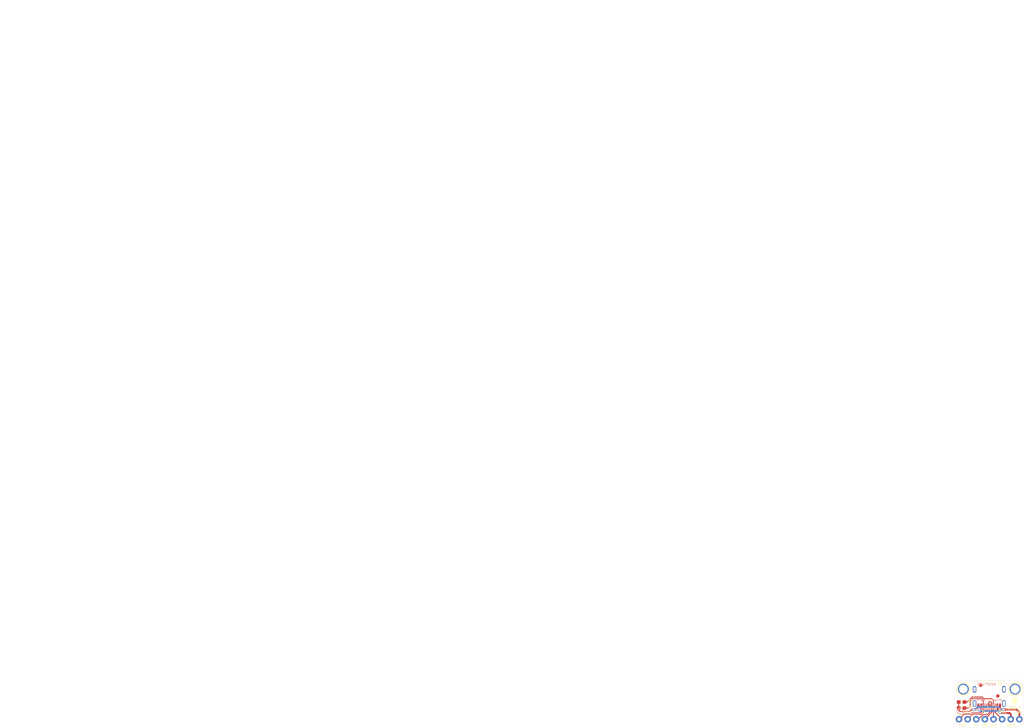
<source format=kicad_pcb>
(kicad_pcb (version 20241229) (generator "pcbnew") (generator_version "9.0")
  (layers (0 "F.Cu" signal) (2 "B.Cu" signal) (5 "F.SilkS" user "F.Silkscreen") (7 "B.SilkS" user "B.Silkscreen") (1 "F.Mask" user) (3 "B.Mask" user) (25 "Edge.Cuts" user))
  (net 0 "")
  (net 1 "VBUS")
  (net 2 "GND")
  (net 3 "D+")
  (net 4 "D-")
  (net 5 "CC1")
  (net 6 "CC2")
  (net 7 "SBU1")
  (net 8 "SBU2")
  (footprint "Library_USB-C_breakout:0603-NO" (layer "F.Cu") (at 91.872 94.92)
    (property "Reference" "R2" (at 1.778 0.127 0) (layer "F.SilkS") (effects (font (size 0.666496 0.666496) (thickness 0.146304)) (justify left bottom)))
    (property "Value" "5.1K")
    (pad "1" smd rect (at -0.85 0) (size 1.075 1) (layers "F.Cu" "F.Mask" "F.Paste") (net 2 "GND"))
    (pad "2" smd rect (at 0.85 0) (size 1.075 1) (layers "F.Cu" "F.Mask" "F.Paste") (net 5 "CC1"))
  )
  (footprint "Library_USB-C_breakout:MOUNTINGHOLE_2.5_PLATED" (layer "F.Cu") (at 107.62 91.11 180)
    (property "Reference" "U$1" (hide yes))
    (property "Value" "MOUNTINGHOLE2.5" (hide yes))
    (pad "P$1" thru_hole circle (at 0 0 180) (size 3.2 3.2) (drill 2.5) (layers "*.Cu" "*.Mask"))
  )
  (footprint "Library_USB-C_breakout:ADAFRUIT_2.5MM" (layer "F.Cu") (at 108.636 93.396 180)
    (property "Reference" "U$3" (hide yes))
    (property "Value" "" (hide yes))
  )
  (footprint "Library_USB-C_breakout:1X08_ROUND_76" (layer "F.Cu") (at 100 100 180)
    (property "Reference" "JP1" (at 2.1971 -2.0574 0) (layer "F.SilkS") (effects (font (size 0.666496 0.666496) (thickness 0.146304)) (justify left bottom)))
    (property "Value" "")
    (pad "1" thru_hole circle (at -8.89 0 270) (size 1.9304 1.9304) (drill 1) (layers "*.Cu" "*.Mask") (net 2 "GND"))
    (pad "2" thru_hole circle (at -6.35 0 270) (size 1.9304 1.9304) (drill 1) (layers "*.Cu" "*.Mask") (net 1 "VBUS"))
    (pad "3" thru_hole circle (at -3.81 0 270) (size 1.9304 1.9304) (drill 1) (layers "*.Cu" "*.Mask") (net 8 "SBU2"))
    (pad "4" thru_hole circle (at -1.27 0 270) (size 1.9304 1.9304) (drill 1) (layers "*.Cu" "*.Mask") (net 5 "CC1"))
    (pad "5" thru_hole circle (at 1.27 0 270) (size 1.9304 1.9304) (drill 1) (layers "*.Cu" "*.Mask") (net 4 "D-"))
    (pad "6" thru_hole circle (at 3.81 0 270) (size 1.9304 1.9304) (drill 1) (layers "*.Cu" "*.Mask") (net 3 "D+"))
    (pad "7" thru_hole circle (at 6.35 0 270) (size 1.9304 1.9304) (drill 1) (layers "*.Cu" "*.Mask") (net 7 "SBU1"))
    (pad "8" thru_hole circle (at 8.89 0 270) (size 1.9304 1.9304) (drill 1) (layers "*.Cu" "*.Mask") (net 6 "CC2"))
  )
  (footprint "Library_USB-C_breakout:0603-NO" (layer "F.Cu") (at 91.872 96.698)
    (property "Reference" "R1" (at 1.778 0.127 0) (layer "F.SilkS") (effects (font (size 0.666496 0.666496) (thickness 0.146304)) (justify left bottom)))
    (property "Value" "5.1K")
    (pad "1" smd rect (at -0.85 0) (size 1.075 1) (layers "F.Cu" "F.Mask" "F.Paste") (net 2 "GND"))
    (pad "2" smd rect (at 0.85 0) (size 1.075 1) (layers "F.Cu" "F.Mask" "F.Paste") (net 6 "CC2"))
  )
  (footprint "Library_USB-C_breakout:USB_C_CUSB31-CFM2AX-01-X" (layer "F.Cu") (at 100 88.57 180)
    (property "Reference" "X1" (at -2.75 -0.25 270) (layer "F.SilkS") (effects (font (size 0.666496 0.666496) (thickness 0.146304)) (justify left bottom)))
    (property "Value" "")
    (pad "" np_thru_hole circle (at -2.89 -6.28 180) (size 0.65 0.65) (drill 0.65) (layers "*.Cu" "*.Mask"))
    (pad "" np_thru_hole circle (at 2.89 -6.28 180) (size 0.65 0.65) (drill 0.65) (layers "*.Cu" "*.Mask"))
    (pad "A1B12" smd rect (at -3.2 -7.355 180) (size 0.575 1.15) (layers "F.Cu" "F.Mask" "F.Paste") (net 2 "GND"))
    (pad "A4B9" smd rect (at -2.4 -7.355 180) (size 0.575 1.15) (layers "F.Cu" "F.Mask" "F.Paste") (net 1 "VBUS"))
    (pad "A5" smd rect (at -1.25 -7.355 180) (size 0.275 1.15) (layers "F.Cu" "F.Mask" "F.Paste") (net 5 "CC1"))
    (pad "A6" smd rect (at -0.25 -7.355 180) (size 0.275 1.15) (layers "F.Cu" "F.Mask" "F.Paste") (net 3 "D+"))
    (pad "A7" smd rect (at 0.25 -7.355 180) (size 0.275 1.15) (layers "F.Cu" "F.Mask" "F.Paste") (net 4 "D-"))
    (pad "A8" smd rect (at 1.25 -7.355 180) (size 0.275 1.15) (layers "F.Cu" "F.Mask" "F.Paste") (net 7 "SBU1"))
    (pad "B1A12" smd rect (at 3.2 -7.355 180) (size 0.575 1.15) (layers "F.Cu" "F.Mask" "F.Paste") (net 2 "GND"))
    (pad "B4A9" smd rect (at 2.4 -7.355 180) (size 0.575 1.15) (layers "F.Cu" "F.Mask" "F.Paste") (net 1 "VBUS"))
    (pad "B5" smd rect (at 1.75 -7.355 180) (size 0.275 1.15) (layers "F.Cu" "F.Mask" "F.Paste") (net 6 "CC2"))
    (pad "B6" smd rect (at 0.75 -7.355 180) (size 0.275 1.15) (layers "F.Cu" "F.Mask" "F.Paste") (net 3 "D+"))
    (pad "B7" smd rect (at -0.75 -7.355 180) (size 0.275 1.15) (layers "F.Cu" "F.Mask" "F.Paste") (net 4 "D-"))
    (pad "B8" smd rect (at -1.75 -7.355 180) (size 0.275 1.15) (layers "F.Cu" "F.Mask" "F.Paste") (net 8 "SBU2"))
    (pad "M1" thru_hole oval (at -4.32 -6.78 270) (size 2 1) (drill oval 1.5 0.6) (layers "*.Cu" "*.Mask"))
    (pad "M2" thru_hole oval (at 4.32 -6.78 270) (size 2 1) (drill oval 1.5 0.6) (layers "*.Cu" "*.Mask"))
    (pad "M3" thru_hole oval (at -4.32 -2.6 270) (size 2 1) (drill oval 1.3 0.6) (layers "*.Cu" "*.Mask"))
    (pad "M4" thru_hole oval (at 4.32 -2.6 270) (size 2 1) (drill oval 1.3 0.6) (layers "*.Cu" "*.Mask"))
  )
  (footprint "Library_USB-C_breakout:FIDUCIAL_1MM" (layer "F.Cu") (at 102.54 93.142 180)
    (property "Reference" "FID1" (hide yes))
    (property "Value" "FIDUCIAL_1MM" (hide yes))
    (pad "1" smd roundrect (at 0 0 180) (size 1 1) (layers "F.Cu" "F.Mask") (roundrect_rratio 0.5))
  )
  (footprint "Library_USB-C_breakout:FIDUCIAL_1MM" (layer "F.Cu") (at 97.46 89.967 180)
    (property "Reference" "FID2" (hide yes))
    (property "Value" "FIDUCIAL_1MM" (hide yes))
    (pad "1" smd roundrect (at 0 0 180) (size 1 1) (layers "F.Cu" "F.Mask") (roundrect_rratio 0.5))
  )
  (footprint "Library_USB-C_breakout:MOUNTINGHOLE_2.5_PLATED" (layer "F.Cu") (at 92.38 91.11 180)
    (property "Reference" "U$2" (hide yes))
    (property "Value" "MOUNTINGHOLE2.5" (hide yes))
    (pad "P$1" thru_hole circle (at 0 0 180) (size 3.2 3.2) (drill 2.5) (layers "*.Cu" "*.Mask"))
  )
  (footprint "Library_USB-C_breakout:PCBFEAT-REV-040" (layer "B.Cu") (at 91.4656 97.6632)
    (property "Reference" "U$8" (hide yes))
    (property "Value" "" (hide yes))
  )
  (gr_line (start 92.38 88.57) (end 107.62 88.57) (stroke (width 0.05)) (layer "Edge.Cuts"))
  (gr_line (start 107.62 102.54) (end 92.38 102.54) (stroke (width 0.05)) (layer "Edge.Cuts"))
  (gr_arc (start 110.16 100) (mid 109.416051 101.796051) (end 107.62 102.54) (stroke (width 0.05)) (layer "Edge.Cuts"))
  (gr_arc (start 92.38 102.54) (mid 90.583949 101.796051) (end 89.84 100) (stroke (width 0.05)) (layer "Edge.Cuts"))
  (gr_arc (start 89.84 91.11) (mid 90.583949 89.313949) (end 92.38 88.57) (stroke (width 0.05)) (layer "Edge.Cuts"))
  (gr_line (start 110.16 91.11) (end 110.16 100) (stroke (width 0.05)) (layer "Edge.Cuts"))
  (gr_line (start 89.84 100) (end 89.84 91.11) (stroke (width 0.05)) (layer "Edge.Cuts"))
  (gr_arc (start 107.62 88.57) (mid 109.416051 89.313949) (end 110.16 91.11) (stroke (width 0.05)) (layer "Edge.Cuts"))
  (gr_text "USB C" (at 107.366 96.19 0) (layer "F.SilkS") (effects (font (size 0.87376 0.87376) (thickness 0.14224)) (justify top)))
  (gr_text "GND" (at 108.636 97.512751 0) (layer "F.SilkS") (effects (font (size 0.699008 0.699008) (thickness 0.113792)) (justify top)))
  (gr_text "SBU1" (at 93.65 97.512751 0) (layer "F.SilkS") (effects (font (size 0.699008 0.699008) (thickness 0.113792)) (justify top)))
  (gr_text "SBU2" (at 103.81 97.512751 0) (layer "F.SilkS") (effects (font (size 0.699008 0.699008) (thickness 0.113792)) (justify top)))
  (gr_text "VBUS" (at 106.35 101.27 0) (layer "F.SilkS") (effects (font (size 0.699008 0.699008) (thickness 0.113792)) (justify top)))
  (gr_text "D-" (at 98.73 97.512751 0) (layer "F.SilkS") (effects (font (size 0.699008 0.699008) (thickness 0.113792)) (justify top)))
  (gr_text "CC2" (at 92.126 101.27 0) (layer "F.SilkS") (effects (font (size 0.699008 0.699008) (thickness 0.113792)) (justify top)))
  (gr_text "D+" (at 96.19 101.27 0) (layer "F.SilkS") (effects (font (size 0.699008 0.699008) (thickness 0.113792)) (justify top)))
  (gr_text "CC1" (at 101.27 101.27 0) (layer "F.SilkS") (effects (font (size 0.699008 0.699008) (thickness 0.113792)) (justify top)))
  (gr_text "adafruit!" (at 96.444 89.078 0) (layer "B.SilkS") (effects (font (size 0.87376 0.87376) (thickness 0.14224)) (justify right top mirror)))
  (gr_text "downstream\n(periph.)\nUSB C Breakout" (at 100 95.682 0) (layer "B.SilkS") (effects (font (size 0.87376 0.87376) (thickness 0.14224)) (justify mirror)))
  (segment (start 102.4 95.925) (end 102.4553 95.9803) (width 0.508) (layer "F.Cu") (net 1))
  (segment (start 102.4553 95.9803) (end 102.4553 97.111094) (width 0.508) (layer "F.Cu") (net 1))
  (segment (start 103.515406 98.1712) (end 106.0452 98.1712) (width 0.508) (layer "F.Cu") (net 1))
  (segment (start 97.6 95.925) (end 97.5447 95.9803) (width 0.508) (layer "F.Cu") (net 1))
  (segment (start 97.079 97.155082) (end 97.079 97.28855) (width 0.508) (layer "F.Cu") (net 1))
  (segment (start 106.0452 98.1712) (end 106.35 98.476) (width 0.508) (layer "F.Cu") (net 1))
  (segment (start 103.261406 97.9172) (end 103.515406 98.1712) (width 0.508) (layer "F.Cu") (net 1))
  (segment (start 102.4553 97.111094) (end 103.261406 97.9172) (width 0.508) (layer "F.Cu") (net 1))
  (segment (start 97.5447 95.9803) (end 97.5447 96.689382) (width 0.508) (layer "F.Cu") (net 1))
  (segment (start 97.5447 96.689382) (end 97.079 97.155082) (width 0.508) (layer "F.Cu") (net 1))
  (segment (start 106.35 98.476) (end 106.35 100) (width 0.508) (layer "F.Cu") (net 1))
  (segment (start 103.158134 98.020472) (end 103.261406 97.9172) (width 0.508) (layer "F.Cu") (net 1))
  (via (at 97.079 97.28855) (size 0.889) (drill 0.4826) (layers "F.Cu" "B.Cu") (net 1))
  (via (at 103.158134 98.020472) (size 0.889) (drill 0.4826) (layers "F.Cu" "B.Cu") (net 1))
  (segment (start 102.680212 97.54255) (end 103.158134 98.020472) (width 0.508) (layer "B.Cu") (net 1))
  (segment (start 97.079 97.28855) (end 97.333 97.54255) (width 0.508) (layer "B.Cu") (net 1))
  (segment (start 97.333 97.54255) (end 102.680212 97.54255) (width 0.508) (layer "B.Cu") (net 1))
  (segment (start 94.666 97.206) (end 95.428 97.206) (width 0.254) (layer "F.Cu") (net 2))
  (segment (start 91.022 97.372) (end 91.364 97.714) (width 0.254) (layer "F.Cu") (net 2))
  (segment (start 95.808056 97.206) (end 95.428 97.206) (width 0.508) (layer "F.Cu") (net 2))
  (segment (start 91.022 96.698) (end 91.022 97.372) (width 0.254) (layer "F.Cu") (net 2))
  (segment (start 103.63855 97.13615) (end 103.2004 96.698) (width 0.508) (layer "F.Cu") (net 2))
  (segment (start 91.022 96.698) (end 91.022 94.92) (width 0.254) (layer "F.Cu") (net 2))
  (segment (start 96.6912 96.0338) (end 96.6912 96.322857) (width 0.508) (layer "F.Cu") (net 2))
  (segment (start 96.8 95.925) (end 96.6912 96.0338) (width 0.508) (layer "F.Cu") (net 2))
  (segment (start 94.158 97.714) (end 94.666 97.206) (width 0.254) (layer "F.Cu") (net 2))
  (segment (start 91.364 97.714) (end 94.158 97.714) (width 0.254) (layer "F.Cu") (net 2))
  (segment (start 96.6912 96.322857) (end 95.808056 97.206) (width 0.508) (layer "F.Cu") (net 2))
  (segment (start 104.191 97.13615) (end 103.63855 97.13615) (width 0.508) (layer "F.Cu") (net 2))
  (segment (start 108.89 97.968) (end 108.89 100) (width 0.508) (layer "F.Cu") (net 2))
  (segment (start 104.191 97.13615) (end 108.05815 97.13615) (width 0.508) (layer "F.Cu") (net 2))
  (segment (start 103.2004 95.9254) (end 103.2 95.925) (width 0.508) (layer "F.Cu") (net 2))
  (segment (start 108.05815 97.13615) (end 108.89 97.968) (width 0.508) (layer "F.Cu") (net 2))
  (segment (start 103.2004 96.698) (end 103.2004 95.9254) (width 0.508) (layer "F.Cu") (net 2))
  (via (at 95.428 97.206) (size 0.889) (drill 0.4826) (layers "F.Cu" "B.Cu") (net 2))
  (via (at 104.191 97.13615) (size 0.889) (drill 0.4826) (layers "F.Cu" "B.Cu") (net 2))
  (segment (start 103.549012 97.13615) (end 102.717162 96.3043) (width 0.508) (layer "B.Cu") (net 2))
  (segment (start 102.717162 96.3043) (end 96.723912 96.3043) (width 0.508) (layer "B.Cu") (net 2))
  (segment (start 96.723912 96.3043) (end 95.822212 97.206) (width 0.508) (layer "B.Cu") (net 2))
  (segment (start 95.428 97.206) (end 95.822212 97.206) (width 0.508) (layer "B.Cu") (net 2))
  (segment (start 104.191 97.13615) (end 103.549012 97.13615) (width 0.508) (layer "B.Cu") (net 2))
  (segment (start 96.825 100) (end 96.19 100) (width 0.254) (layer "F.Cu") (net 3))
  (segment (start 100.25 95.925) (end 100.2177 95.9573) (width 0.254) (layer "F.Cu") (net 3))
  (segment (start 96.825 100) (end 98.16429 98.66071) (width 0.254) (layer "F.Cu") (net 3))
  (segment (start 100.2177 97.206) (end 100.2177 97.865719) (width 0.254) (layer "F.Cu") (net 3))
  (segment (start 99.25 95.925) (end 99.25 96.964) (width 0.254) (layer "F.Cu") (net 3))
  (segment (start 99.492 97.206) (end 100.2177 97.206) (width 0.254) (layer "F.Cu") (net 3))
  (segment (start 100.2177 95.9573) (end 100.2177 97.206) (width 0.254) (layer "F.Cu") (net 3))
  (segment (start 99.25 96.964) (end 99.492 97.206) (width 0.254) (layer "F.Cu") (net 3))
  (segment (start 99.422709 98.66071) (end 98.16429 98.66071) (width 0.254) (layer "F.Cu") (net 3))
  (segment (start 100.2177 97.865719) (end 99.422709 98.66071) (width 0.254) (layer "F.Cu") (net 3))
  (segment (start 100.75 97.98) (end 98.73 100) (width 0.254) (layer "F.Cu") (net 4))
  (segment (start 100.762 95.174) (end 100.75 95.186) (width 0.254) (layer "F.Cu") (net 4))
  (segment (start 100.508 94.92) (end 100.762 95.174) (width 0.254) (layer "F.Cu") (net 4))
  (segment (start 100.75 95.186) (end 100.75 95.925) (width 0.254) (layer "F.Cu") (net 4))
  (segment (start 100 94.92) (end 100.508 94.92) (width 0.254) (layer "F.Cu") (net 4))
  (segment (start 99.75 95.925) (end 99.75 95.17) (width 0.254) (layer "F.Cu") (net 4))
  (segment (start 99.75 95.17) (end 100 94.92) (width 0.254) (layer "F.Cu") (net 4))
  (segment (start 100.75 95.925) (end 100.75 97.98) (width 0.254) (layer "F.Cu") (net 4))
  (segment (start 92.722 94.92) (end 93.511418 94.92) (width 0.254) (layer "F.Cu") (net 5))
  (segment (start 100.762 93.904) (end 98.360581 93.904) (width 0.254) (layer "F.Cu") (net 5))
  (segment (start 97.903381 93.4468) (end 98.360581 93.904) (width 0.254) (layer "F.Cu") (net 5))
  (segment (start 94.984618 93.4468) (end 97.903381 93.4468) (width 0.254) (layer "F.Cu") (net 5))
  (segment (start 101.25 95.925) (end 101.25 99.98) (width 0.254) (layer "F.Cu") (net 5))
  (segment (start 93.511418 94.92) (end 94.984618 93.4468) (width 0.254) (layer "F.Cu") (net 5))
  (segment (start 101.25 95.925) (end 101.25 94.392) (width 0.254) (layer "F.Cu") (net 5))
  (segment (start 101.25 94.392) (end 100.762 93.904) (width 0.254) (layer "F.Cu") (net 5))
  (segment (start 101.25 99.98) (end 101.27 100) (width 0.254) (layer "F.Cu") (net 5))
  (segment (start 94.412 94.666) (end 94.412 96.19) (width 0.254) (layer "F.Cu") (net 6))
  (segment (start 95.174 93.904) (end 94.412 94.666) (width 0.254) (layer "F.Cu") (net 6))
  (segment (start 98.2177 95.9573) (end 98.2177 97.325719) (width 0.254) (layer "F.Cu") (net 6))
  (segment (start 98.25 94.44) (end 97.714 93.904) (width 0.254) (layer "F.Cu") (net 6))
  (segment (start 98.25 95.925) (end 98.25 94.44) (width 0.254) (layer "F.Cu") (net 6))
  (segment (start 94.527418 98.476) (end 92.634 98.476) (width 0.254) (layer "F.Cu") (net 6))
  (segment (start 98.25 95.925) (end 98.2177 95.9573) (width 0.254) (layer "F.Cu") (net 6))
  (segment (start 97.397618 98.1458) (end 94.857618 98.1458) (width 0.254) (layer "F.Cu") (net 6))
  (segment (start 97.714 93.904) (end 95.174 93.904) (width 0.254) (layer "F.Cu") (net 6))
  (segment (start 93.904 96.698) (end 92.722 96.698) (width 0.254) (layer "F.Cu") (net 6))
  (segment (start 98.2177 97.325719) (end 97.397618 98.1458) (width 0.254) (layer "F.Cu") (net 6))
  (segment (start 94.412 96.19) (end 93.904 96.698) (width 0.254) (layer "F.Cu") (net 6))
  (segment (start 92.634 98.476) (end 91.11 100) (width 0.254) (layer "F.Cu") (net 6))
  (segment (start 94.857618 98.1458) (end 94.527418 98.476) (width 0.254) (layer "F.Cu") (net 6))
  (segment (start 97.587 98.603) (end 95.047 98.603) (width 0.2032) (layer "F.Cu") (net 7))
  (segment (start 98.75 97.44) (end 97.587 98.603) (width 0.2032) (layer "F.Cu") (net 7))
  (segment (start 95.047 98.603) (end 93.65 100) (width 0.2032) (layer "F.Cu") (net 7))
  (segment (start 98.75 95.925) (end 98.75 97.44) (width 0.2032) (layer "F.Cu") (net 7))
  (segment (start 101.75 95.925) (end 101.75 97.94) (width 0.254) (layer "F.Cu") (net 8))
  (segment (start 101.75 97.94) (end 103.81 100) (width 0.254) (layer "F.Cu") (net 8))
)
</source>
